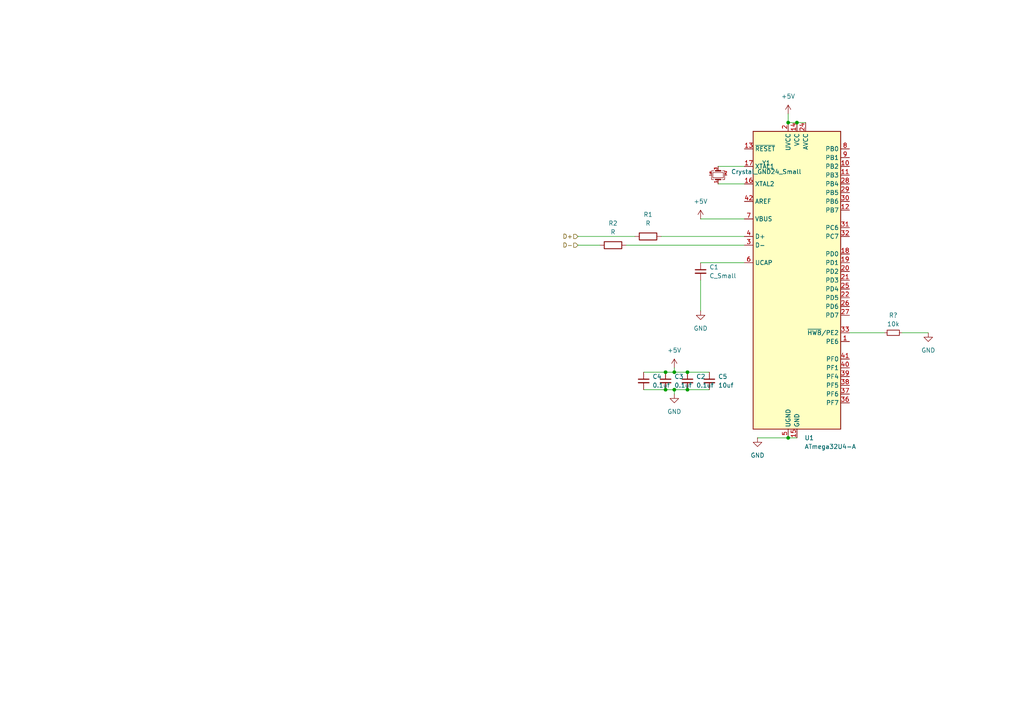
<source format=kicad_sch>
(kicad_sch (version 20231120) (generator "eeschema") (generator_version "8.0")
  (paper "A4")
  (lib_symbols
    (symbol "Device:C_Small" (pin_numbers hide) (pin_names (offset 0.254) hide)
      (property "Reference" "C" (at 0.254 1.778 0))
      (property "Value" "C_Small" (at 0.254 -2.032 0))
      (symbol "C_Small_0_1"
        (polyline (pts (xy -1.524 -0.508) (xy 1.524 -0.508)) (stroke (width 0.3302)))
        (polyline (pts (xy -1.524 0.508) (xy 1.524 0.508)) (stroke (width 0.3048)))
      )
      (symbol "C_Small_1_1"
        (pin passive line (at 0 2.54 270) (length 2.032) (name "~") (number "1"))
        (pin passive line (at 0 -2.54 90) (length 2.032) (name "~") (number "2"))
      )
    )
    (symbol "Device:Crystal_GND24_Small" (pin_names (offset 1.016) hide)
      (property "Reference" "Y" (at 1.27 4.445 0))
      (property "Value" "Crystal_GND24_Small" (at 1.27 2.54 0))
      (symbol "Crystal_GND24_Small_0_1"
        (rectangle (start -0.762 -1.524) (end 0.762 1.524))
        (polyline (pts (xy -1.27 -0.762) (xy -1.27 0.762)) (stroke (width 0.381)))
        (polyline (pts (xy 1.27 -0.762) (xy 1.27 0.762)) (stroke (width 0.381)))
        (polyline (pts (xy -1.27 -1.27) (xy -1.27 -1.905) (xy 1.27 -1.905) (xy 1.27 -1.27)))
        (polyline (pts (xy -1.27 1.27) (xy -1.27 1.905) (xy 1.27 1.905) (xy 1.27 1.27)))
      )
      (symbol "Crystal_GND24_Small_1_1"
        (pin passive line (at -2.54 0 0) (length 1.27) (name "1") (number "1"))
        (pin passive line (at 0 -2.54 90) (length 0.635) (name "2") (number "2"))
        (pin passive line (at 2.54 0 180) (length 1.27) (name "3") (number "3"))
        (pin passive line (at 0 2.54 270) (length 0.635) (name "4") (number "4"))
      )
    )
    (symbol "Device:R" (pin_numbers hide) (pin_names (offset 0))
      (property "Reference" "R" (at 2.032 0 90))
      (property "Value" "R" (at 0 0 90))
      (symbol "R_0_1"
        (rectangle (start -1.016 -2.54) (end 1.016 2.54) (stroke (width 0.254)))
      )
      (symbol "R_1_1"
        (pin passive line (at 0 3.81 270) (length 1.27) (name "~") (number "1"))
        (pin passive line (at 0 -3.81 90) (length 1.27) (name "~") (number "2"))
      )
    )
    (symbol "Device:R_Small" (pin_numbers hide) (pin_names (offset 0.254) hide)
      (property "Reference" "R" (at 0.762 0.508 0))
      (property "Value" "R_Small" (at 0.762 -1.016 0))
      (symbol "R_Small_0_1"
        (rectangle (start -0.762 1.778) (end 0.762 -1.778) (stroke (width 0.2032)))
      )
      (symbol "R_Small_1_1"
        (pin passive line (at 0 2.54 270) (length 0.762) (name "~") (number "1"))
        (pin passive line (at 0 -2.54 90) (length 0.762) (name "~") (number "2"))
      )
    )
    (symbol "MCU_Microchip_ATmega:ATmega32U4-A"
      (property "Reference" "U" (at -12.7 44.45 0))
      (property "Value" "ATmega32U4-A" (at 2.54 -44.45 0))
      (symbol "ATmega32U4-A_0_1"
        (rectangle (start -12.7 -43.18) (end 12.7 43.18) (stroke (width 0.254)) (fill (type background)))
      )
      (symbol "ATmega32U4-A_1_1"
        (pin bidirectional line (at 15.24 -17.78 180) (length 2.54) (name "PE6") (number "1"))
        (pin bidirectional line (at 15.24 33.02 180) (length 2.54) (name "PB2") (number "10"))
        (pin bidirectional line (at 15.24 30.48 180) (length 2.54) (name "PB3") (number "11"))
        (pin bidirectional line (at 15.24 20.32 180) (length 2.54) (name "PB7") (number "12"))
        (pin input line (at -15.24 38.1 0) (length 2.54) (name "~{RESET}") (number "13"))
        (pin power_in line (at 0 45.72 270) (length 2.54) (name "VCC") (number "14"))
        (pin power_in line (at 0 -45.72 90) (length 2.54) (name "GND") (number "15"))
        (pin output line (at -15.24 27.94 0) (length 2.54) (name "XTAL2") (number "16"))
        (pin input line (at -15.24 33.02 0) (length 2.54) (name "XTAL1") (number "17"))
        (pin bidirectional line (at 15.24 7.62 180) (length 2.54) (name "PD0") (number "18"))
        (pin bidirectional line (at 15.24 5.08 180) (length 2.54) (name "PD1") (number "19"))
        (pin power_in line (at -2.54 45.72 270) (length 2.54) (name "UVCC") (number "2"))
        (pin bidirectional line (at 15.24 2.54 180) (length 2.54) (name "PD2") (number "20"))
        (pin bidirectional line (at 15.24 0 180) (length 2.54) (name "PD3") (number "21"))
        (pin bidirectional line (at 15.24 -5.08 180) (length 2.54) (name "PD5") (number "22"))
        (pin passive line (at 0 -45.72 90) (length 2.54) hide (name "GND") (number "23"))
        (pin power_in line (at 2.54 45.72 270) (length 2.54) (name "AVCC") (number "24"))
        (pin bidirectional line (at 15.24 -2.54 180) (length 2.54) (name "PD4") (number "25"))
        (pin bidirectional line (at 15.24 -7.62 180) (length 2.54) (name "PD6") (number "26"))
        (pin bidirectional line (at 15.24 -10.16 180) (length 2.54) (name "PD7") (number "27"))
        (pin bidirectional line (at 15.24 27.94 180) (length 2.54) (name "PB4") (number "28"))
        (pin bidirectional line (at 15.24 25.4 180) (length 2.54) (name "PB5") (number "29"))
        (pin bidirectional line (at -15.24 10.16 0) (length 2.54) (name "D-") (number "3"))
        (pin bidirectional line (at 15.24 22.86 180) (length 2.54) (name "PB6") (number "30"))
        (pin bidirectional line (at 15.24 15.24 180) (length 2.54) (name "PC6") (number "31"))
        (pin bidirectional line (at 15.24 12.7 180) (length 2.54) (name "PC7") (number "32"))
        (pin bidirectional line (at 15.24 -15.24 180) (length 2.54) (name "~{HWB}/PE2") (number "33"))
        (pin passive line (at 0 45.72 270) (length 2.54) hide (name "VCC") (number "34"))
        (pin passive line (at 0 -45.72 90) (length 2.54) hide (name "GND") (number "35"))
        (pin bidirectional line (at 15.24 -35.56 180) (length 2.54) (name "PF7") (number "36"))
        (pin bidirectional line (at 15.24 -33.02 180) (length 2.54) (name "PF6") (number "37"))
        (pin bidirectional line (at 15.24 -30.48 180) (length 2.54) (name "PF5") (number "38"))
        (pin bidirectional line (at 15.24 -27.94 180) (length 2.54) (name "PF4") (number "39"))
        (pin bidirectional line (at -15.24 12.7 0) (length 2.54) (name "D+") (number "4"))
        (pin bidirectional line (at 15.24 -25.4 180) (length 2.54) (name "PF1") (number "40"))
        (pin bidirectional line (at 15.24 -22.86 180) (length 2.54) (name "PF0") (number "41"))
        (pin passive line (at -15.24 22.86 0) (length 2.54) (name "AREF") (number "42"))
        (pin passive line (at 0 -45.72 90) (length 2.54) hide (name "GND") (number "43"))
        (pin passive line (at 2.54 45.72 270) (length 2.54) hide (name "AVCC") (number "44"))
        (pin passive line (at -2.54 -45.72 90) (length 2.54) (name "UGND") (number "5"))
        (pin passive line (at -15.24 5.08 0) (length 2.54) (name "UCAP") (number "6"))
        (pin input line (at -15.24 17.78 0) (length 2.54) (name "VBUS") (number "7"))
        (pin bidirectional line (at 15.24 38.1 180) (length 2.54) (name "PB0") (number "8"))
        (pin bidirectional line (at 15.24 35.56 180) (length 2.54) (name "PB1") (number "9"))
      )
    )
    (symbol "power:+5V" (power) (pin_numbers hide) (pin_names (offset 0) hide)
      (property "Value" "+5V" (at 0 3.556 0))
      (symbol "+5V_0_1"
        (polyline (pts (xy -0.762 1.27) (xy 0 2.54)))
        (polyline (pts (xy 0 0) (xy 0 2.54)))
        (polyline (pts (xy 0 2.54) (xy 0.762 1.27)))
      )
      (symbol "+5V_1_1"
        (pin power_in line (at 0 0 90) (length 0) (name "~") (number "1"))
      )
    )
    (symbol "power:GND" (power) (pin_numbers hide) (pin_names (offset 0) hide)
      (property "Value" "GND" (at 0 -3.81 0))
      (symbol "GND_0_1"
        (polyline (pts (xy 0 0) (xy 0 -1.27) (xy 1.27 -1.27) (xy 0 -2.54) (xy -1.27 -1.27) (xy 0 -1.27)))
      )
      (symbol "GND_1_1"
        (pin power_in line (at 0 0 270) (length 0) (name "~") (number "1"))
      )
    )
  )
  (junction (at 231.14 35.56))
  (junction (at 199.39 107.95))
  (junction (at 193.04 107.95))
  (junction (at 195.58 107.95))
  (junction (at 199.39 113.03))
  (junction (at 228.6 35.56))
  (junction (at 228.6 127))
  (junction (at 195.58 113.03))
  (junction (at 193.04 113.03))
  (wire (pts (xy 195.58 113.03) (xy 195.58 114.3)))
  (wire (pts (xy 228.6 33.02) (xy 228.6 35.56)))
  (wire (pts (xy 167.64 71.12) (xy 173.99 71.12)))
  (wire (pts (xy 195.58 106.68) (xy 195.58 107.95)))
  (wire (pts (xy 228.6 35.56) (xy 231.14 35.56)))
  (wire (pts (xy 246.38 96.52) (xy 256.54 96.52)))
  (wire (pts (xy 199.39 107.95) (xy 205.74 107.95)))
  (wire (pts (xy 193.04 107.95) (xy 195.58 107.95)))
  (wire (pts (xy 231.14 35.56) (xy 233.68 35.56)))
  (wire (pts (xy 203.2 81.28) (xy 203.2 90.17)))
  (wire (pts (xy 228.6 127) (xy 231.14 127)))
  (wire (pts (xy 193.04 113.03) (xy 195.58 113.03)))
  (wire (pts (xy 181.61 71.12) (xy 215.9 71.12)))
  (wire (pts (xy 195.58 113.03) (xy 199.39 113.03)))
  (wire (pts (xy 208.28 53.34) (xy 215.9 53.34)))
  (wire (pts (xy 191.77 68.58) (xy 215.9 68.58)))
  (wire (pts (xy 199.39 113.03) (xy 205.74 113.03)))
  (wire (pts (xy 203.2 76.2) (xy 215.9 76.2)))
  (wire (pts (xy 186.69 113.03) (xy 193.04 113.03)))
  (wire (pts (xy 186.69 107.95) (xy 193.04 107.95)))
  (wire (pts (xy 195.58 107.95) (xy 199.39 107.95)))
  (wire (pts (xy 219.71 127) (xy 228.6 127)))
  (wire (pts (xy 208.28 48.26) (xy 215.9 48.26)))
  (wire (pts (xy 167.64 68.58) (xy 184.15 68.58)))
  (wire (pts (xy 261.62 96.52) (xy 269.24 96.52)))
  (wire (pts (xy 203.2 63.5) (xy 215.9 63.5)))
  (hierarchical_label "D+" (shape input) (at 167.64 68.58 180))
  (hierarchical_label "D-" (shape input) (at 167.64 71.12 180))
  (symbol (lib_id "Device:C_Small") (at 203.2 78.74 0) (unit 1)
    (property "Reference" "C1" (at 205.74 77.4762 0) (effects (justify left)))
    (property "Value" "C_Small" (at 205.74 80.0162 0) (effects (justify left)))
    (property "Description" "Unpolarized capacitor, small symbol" (effects (hide yes)))
  )
  (symbol (lib_id "power:GND") (at 269.24 96.52 0) (unit 1)
    (property "Reference" "#PWR03" (effects (hide yes)))
    (property "Value" "GND" (at 269.24 101.6 0))
    (property "Description" "Power symbol creates a global label with name \"GND\" , ground" (effects (hide yes)))
  )
  (symbol (lib_id "Device:Crystal_GND24_Small") (at 208.28 50.8 90) (unit 1)
    (property "Reference" "Y1" (at 222.25 47.276 90))
    (property "Value" "Crystal_GND24_Small" (at 222.25 49.816 90))
    (property "Description" "Four pin crystal, GND on pins 2 and 4, small symbol" (effects (hide yes)))
  )
  (symbol (lib_id "Device:C_Small") (at 186.69 110.49 0) (unit 1)
    (property "Reference" "C4" (at 189.23 109.2262 0) (effects (justify left)))
    (property "Value" "0.1uf" (at 189.23 111.7662 0) (effects (justify left)))
    (property "Description" "Unpolarized capacitor, small symbol" (effects (hide yes)))
  )
  (symbol (lib_id "Device:R") (at 187.96 68.58 90) (unit 1)
    (property "Reference" "R1" (at 187.96 62.23 90))
    (property "Value" "R" (at 187.96 64.77 90))
    (property "Description" "Resistor" (effects (hide yes)))
  )
  (symbol (lib_id "power:+5V") (at 228.6 33.02 0) (unit 1)
    (property "Reference" "#PWR01" (effects (hide yes)))
    (property "Value" "+5V" (at 228.6 27.94 0))
    (property "Description" "Power symbol creates a global label with name \"+5V\"" (effects (hide yes)))
  )
  (symbol (lib_id "power:GND") (at 219.71 127 0) (unit 1)
    (property "Reference" "#PWR02" (effects (hide yes)))
    (property "Value" "GND" (at 219.71 132.08 0))
    (property "Description" "Power symbol creates a global label with name \"GND\" , ground" (effects (hide yes)))
  )
  (symbol (lib_id "Device:C_Small") (at 205.74 110.49 0) (unit 1)
    (property "Reference" "C5" (at 208.28 109.2262 0) (effects (justify left)))
    (property "Value" "10uf" (at 208.28 111.7662 0) (effects (justify left)))
    (property "Description" "Unpolarized capacitor, small symbol" (effects (hide yes)))
  )
  (symbol (lib_id "Device:R_Small") (at 259.08 96.52 270) (unit 1)
    (property "Reference" "R?" (at 259.08 91.44 90))
    (property "Value" "10k" (at 259.08 93.98 90))
    (property "Description" "Resistor, small symbol" (effects (hide yes)))
  )
  (symbol (lib_id "Device:C_Small") (at 199.39 110.49 0) (unit 1)
    (property "Reference" "C2" (at 201.93 109.2262 0) (effects (justify left)))
    (property "Value" "0.1uf" (at 201.93 111.7662 0) (effects (justify left)))
    (property "Description" "Unpolarized capacitor, small symbol" (effects (hide yes)))
  )
  (symbol (lib_id "power:GND") (at 203.2 90.17 0) (unit 1)
    (property "Reference" "#PWR04" (effects (hide yes)))
    (property "Value" "GND" (at 203.2 95.25 0))
    (property "Description" "Power symbol creates a global label with name \"GND\" , ground" (effects (hide yes)))
  )
  (symbol (lib_id "Device:C_Small") (at 193.04 110.49 0) (unit 1)
    (property "Reference" "C3" (at 195.58 109.2262 0) (effects (justify left)))
    (property "Value" "0.1uf" (at 195.58 111.7662 0) (effects (justify left)))
    (property "Description" "Unpolarized capacitor, small symbol" (effects (hide yes)))
  )
  (symbol (lib_id "MCU_Microchip_ATmega:ATmega32U4-A") (at 231.14 81.28 0) (unit 1)
    (property "Reference" "U1" (at 233.3341 127 0) (effects (justify left)))
    (property "Value" "ATmega32U4-A" (at 233.3341 129.54 0) (effects (justify left)))
    (property "Footprint" "Package_DFN_QFN:QFN-44-1EP_7x7mm_P0.5mm_EP5.15x5.15mm_ThermalVias" (effects (hide yes)))
    (property "Datasheet" "http://ww1.microchip.com/downloads/en/DeviceDoc/Atmel-7766-8-bit-AVR-ATmega16U4-32U4_Datasheet.pdf" (effects (hide yes)))
    (property "Description" "16MHz, 32kB Flash, 2.5kB SRAM, 1kB EEPROM, USB 2.0, TQFP-44" (effects (hide yes)))
  )
  (symbol (lib_id "Device:R") (at 177.8 71.12 270) (unit 1)
    (property "Reference" "R2" (at 177.8 64.77 90))
    (property "Value" "R" (at 177.8 67.31 90))
    (property "Description" "Resistor" (effects (hide yes)))
  )
  (symbol (lib_id "power:+5V") (at 203.2 63.5 0) (unit 1)
    (property "Reference" "#PWR07" (effects (hide yes)))
    (property "Value" "+5V" (at 203.2 58.42 0))
    (property "Description" "Power symbol creates a global label with name \"+5V\"" (effects (hide yes)))
  )
  (symbol (lib_id "power:+5V") (at 195.58 106.68 0) (unit 1)
    (property "Reference" "#PWR05" (effects (hide yes)))
    (property "Value" "+5V" (at 195.58 101.6 0))
    (property "Description" "Power symbol creates a global label with name \"+5V\"" (effects (hide yes)))
  )
  (symbol (lib_id "power:GND") (at 195.58 114.3 0) (unit 1)
    (property "Reference" "#PWR06" (effects (hide yes)))
    (property "Value" "GND" (at 195.58 119.38 0))
    (property "Description" "Power symbol creates a global label with name \"GND\" , ground" (effects (hide yes)))
  )
)
</source>
